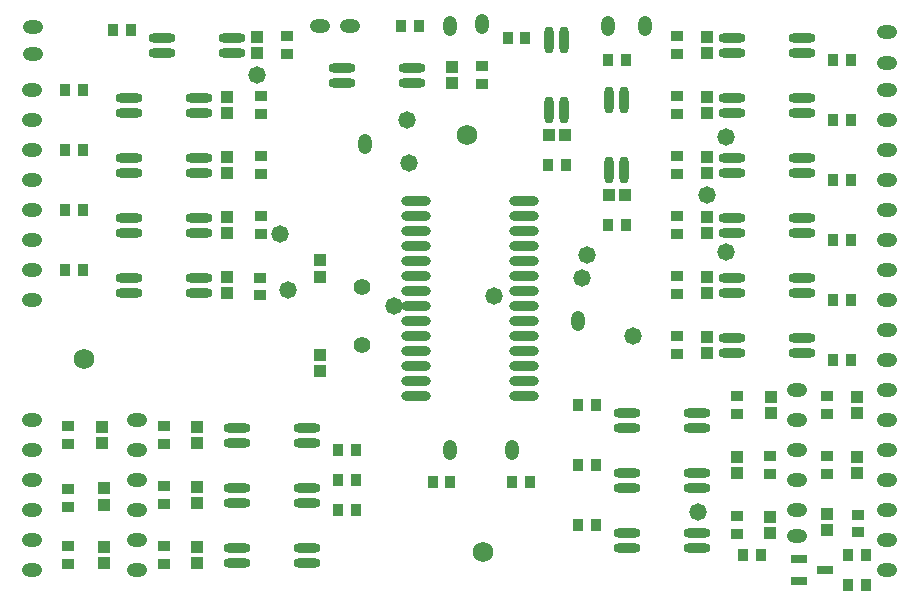
<source format=gts>
G04 Layer_Color=8388736*
%FSLAX25Y25*%
%MOIN*%
G70*
G01*
G75*
%ADD30R,0.04343X0.03950*%
%ADD31R,0.03556X0.04343*%
%ADD32O,0.03162X0.09068*%
%ADD33R,0.04343X0.03556*%
%ADD34R,0.03950X0.04343*%
%ADD35O,0.09068X0.03162*%
%ADD36R,0.05328X0.03162*%
%ADD37O,0.09855X0.03162*%
%ADD38O,0.04737X0.06706*%
%ADD39O,0.06706X0.04737*%
%ADD40C,0.06800*%
%ADD41C,0.05524*%
%ADD42C,0.05800*%
D30*
X147000Y177756D02*
D03*
Y172244D02*
D03*
X232000Y122244D02*
D03*
Y127756D02*
D03*
Y142244D02*
D03*
Y147756D02*
D03*
Y162244D02*
D03*
Y167756D02*
D03*
Y182244D02*
D03*
Y187756D02*
D03*
Y82244D02*
D03*
Y87756D02*
D03*
Y102244D02*
D03*
Y107756D02*
D03*
X282000Y62244D02*
D03*
Y67756D02*
D03*
X242000Y47756D02*
D03*
Y42244D02*
D03*
X72000Y127756D02*
D03*
Y122244D02*
D03*
Y147756D02*
D03*
Y142244D02*
D03*
Y167756D02*
D03*
Y162244D02*
D03*
X82000Y187756D02*
D03*
Y182244D02*
D03*
X103000Y113256D02*
D03*
Y107744D02*
D03*
Y81756D02*
D03*
Y76244D02*
D03*
X31000Y37256D02*
D03*
Y31744D02*
D03*
X30500Y57756D02*
D03*
Y52244D02*
D03*
X282000Y42244D02*
D03*
Y47756D02*
D03*
X272000Y23244D02*
D03*
Y28756D02*
D03*
X62000Y57756D02*
D03*
Y52244D02*
D03*
X253000Y27756D02*
D03*
Y22244D02*
D03*
X253500Y67756D02*
D03*
Y62244D02*
D03*
X62000Y17756D02*
D03*
Y12244D02*
D03*
X72000Y107756D02*
D03*
Y102244D02*
D03*
X31000Y17756D02*
D03*
Y12244D02*
D03*
X62000Y37756D02*
D03*
Y32244D02*
D03*
D31*
X165547Y187500D02*
D03*
X171453D02*
D03*
X34047Y190000D02*
D03*
X39953D02*
D03*
X130047Y191500D02*
D03*
X135953D02*
D03*
X199047Y180000D02*
D03*
X204953D02*
D03*
X184953Y145000D02*
D03*
X179047D02*
D03*
X279953Y80000D02*
D03*
X274047D02*
D03*
X279953Y180000D02*
D03*
X274047D02*
D03*
X279953Y160000D02*
D03*
X274047D02*
D03*
X279953Y140000D02*
D03*
X274047D02*
D03*
X279953Y120000D02*
D03*
X274047D02*
D03*
X279953Y100000D02*
D03*
X274047D02*
D03*
X204953Y125000D02*
D03*
X199047D02*
D03*
X279047Y5000D02*
D03*
X284953D02*
D03*
Y15000D02*
D03*
X279047D02*
D03*
X244047D02*
D03*
X249953D02*
D03*
X194953Y45000D02*
D03*
X189047D02*
D03*
X194953Y65000D02*
D03*
X189047D02*
D03*
X18142Y170000D02*
D03*
X24047D02*
D03*
X18142Y150000D02*
D03*
X24047D02*
D03*
X109047Y50000D02*
D03*
X114953D02*
D03*
X109047Y40000D02*
D03*
X114953D02*
D03*
X109047Y30000D02*
D03*
X114953D02*
D03*
X146453Y39500D02*
D03*
X140547D02*
D03*
X167047D02*
D03*
X172953D02*
D03*
X189047Y25000D02*
D03*
X194953D02*
D03*
X18142Y110000D02*
D03*
X24047D02*
D03*
X18142Y130000D02*
D03*
X24047D02*
D03*
D32*
X204500Y166614D02*
D03*
X199500D02*
D03*
X204500Y143386D02*
D03*
X199500D02*
D03*
X184500Y186614D02*
D03*
X179500D02*
D03*
X184500Y163386D02*
D03*
X179500D02*
D03*
D33*
X222000Y122047D02*
D03*
Y127953D02*
D03*
Y182047D02*
D03*
Y187953D02*
D03*
Y162047D02*
D03*
Y167953D02*
D03*
Y142047D02*
D03*
Y147953D02*
D03*
Y82047D02*
D03*
Y87953D02*
D03*
Y102047D02*
D03*
Y107953D02*
D03*
X272000Y67953D02*
D03*
Y62047D02*
D03*
X242000D02*
D03*
Y67953D02*
D03*
X253000Y42047D02*
D03*
Y47953D02*
D03*
X83500Y127953D02*
D03*
Y122047D02*
D03*
Y147953D02*
D03*
Y142047D02*
D03*
Y167953D02*
D03*
Y162047D02*
D03*
X92000Y187953D02*
D03*
Y182047D02*
D03*
X157000Y177953D02*
D03*
Y172047D02*
D03*
X19000Y31047D02*
D03*
Y36953D02*
D03*
Y52047D02*
D03*
Y57953D02*
D03*
X272000Y47953D02*
D03*
Y42047D02*
D03*
X282500Y28453D02*
D03*
Y22547D02*
D03*
X51000Y52047D02*
D03*
Y57953D02*
D03*
X242000Y22047D02*
D03*
Y27953D02*
D03*
X83000Y107453D02*
D03*
Y101547D02*
D03*
X19000Y12047D02*
D03*
Y17953D02*
D03*
X51000Y12047D02*
D03*
Y17953D02*
D03*
Y32047D02*
D03*
Y37953D02*
D03*
D34*
X184756Y155000D02*
D03*
X179244D02*
D03*
X204756Y135000D02*
D03*
X199244D02*
D03*
D35*
X263614Y82500D02*
D03*
Y87500D02*
D03*
X240386Y82500D02*
D03*
Y87500D02*
D03*
X263614Y102500D02*
D03*
Y107500D02*
D03*
X240386Y102500D02*
D03*
Y107500D02*
D03*
X263614Y122500D02*
D03*
Y127500D02*
D03*
X240386Y122500D02*
D03*
Y127500D02*
D03*
X263614Y142500D02*
D03*
Y147500D02*
D03*
X240386Y142500D02*
D03*
Y147500D02*
D03*
X263614Y162500D02*
D03*
Y167500D02*
D03*
X240386Y162500D02*
D03*
Y167500D02*
D03*
X263614Y182500D02*
D03*
Y187500D02*
D03*
X240386Y182500D02*
D03*
Y187500D02*
D03*
X205386Y22500D02*
D03*
Y17500D02*
D03*
X228614Y22500D02*
D03*
Y17500D02*
D03*
X205386Y42500D02*
D03*
Y37500D02*
D03*
X228614Y42500D02*
D03*
Y37500D02*
D03*
X205386Y62500D02*
D03*
Y57500D02*
D03*
X228614Y62500D02*
D03*
Y57500D02*
D03*
X39480Y167500D02*
D03*
Y162500D02*
D03*
X62709Y167500D02*
D03*
Y162500D02*
D03*
X39480Y147500D02*
D03*
Y142500D02*
D03*
X62709Y147500D02*
D03*
Y142500D02*
D03*
X39480Y127500D02*
D03*
Y122500D02*
D03*
X62709Y127500D02*
D03*
Y122500D02*
D03*
X110386Y177500D02*
D03*
Y172500D02*
D03*
X133614Y177500D02*
D03*
Y172500D02*
D03*
X50386Y187500D02*
D03*
Y182500D02*
D03*
X73614Y187500D02*
D03*
Y182500D02*
D03*
X98614Y12500D02*
D03*
Y17500D02*
D03*
X75386Y12500D02*
D03*
Y17500D02*
D03*
X39480Y107500D02*
D03*
Y102500D02*
D03*
X62709Y107500D02*
D03*
Y102500D02*
D03*
X98614Y52500D02*
D03*
Y57500D02*
D03*
X75386Y52500D02*
D03*
Y57500D02*
D03*
X98614Y32500D02*
D03*
Y37500D02*
D03*
X75386Y32500D02*
D03*
Y37500D02*
D03*
D36*
X262571Y13740D02*
D03*
Y6260D02*
D03*
X271429Y10000D02*
D03*
D37*
X135183Y133000D02*
D03*
Y128000D02*
D03*
Y123000D02*
D03*
Y118000D02*
D03*
Y113000D02*
D03*
Y108000D02*
D03*
Y103000D02*
D03*
Y98000D02*
D03*
Y93000D02*
D03*
Y88000D02*
D03*
Y83000D02*
D03*
Y78000D02*
D03*
Y73000D02*
D03*
Y68000D02*
D03*
X171010Y133000D02*
D03*
Y128000D02*
D03*
Y123000D02*
D03*
Y118000D02*
D03*
Y113000D02*
D03*
Y108000D02*
D03*
Y103000D02*
D03*
Y98000D02*
D03*
Y93000D02*
D03*
Y88000D02*
D03*
Y83000D02*
D03*
Y78000D02*
D03*
Y73000D02*
D03*
Y68000D02*
D03*
D38*
X146500Y50000D02*
D03*
X167000D02*
D03*
X189000Y93000D02*
D03*
X211500Y191500D02*
D03*
X199000D02*
D03*
X146500D02*
D03*
X157000Y192000D02*
D03*
X118000Y152000D02*
D03*
D39*
X292000Y10000D02*
D03*
X7000D02*
D03*
Y20000D02*
D03*
Y60000D02*
D03*
Y50000D02*
D03*
Y40000D02*
D03*
Y30000D02*
D03*
X292000Y50000D02*
D03*
Y40000D02*
D03*
Y70000D02*
D03*
Y60000D02*
D03*
Y20000D02*
D03*
X262000Y30000D02*
D03*
X292000D02*
D03*
X262000Y21500D02*
D03*
Y40000D02*
D03*
X7000Y100000D02*
D03*
Y110000D02*
D03*
Y130000D02*
D03*
Y140000D02*
D03*
Y120000D02*
D03*
Y150000D02*
D03*
Y160000D02*
D03*
Y170000D02*
D03*
X113000Y191500D02*
D03*
X103000D02*
D03*
X7500Y191000D02*
D03*
Y182000D02*
D03*
X262000Y60000D02*
D03*
X292000Y80000D02*
D03*
Y90000D02*
D03*
Y120000D02*
D03*
Y130000D02*
D03*
Y140000D02*
D03*
Y150000D02*
D03*
Y160000D02*
D03*
Y170000D02*
D03*
Y179000D02*
D03*
Y189500D02*
D03*
X262000Y70000D02*
D03*
X292000Y110000D02*
D03*
X42000Y20000D02*
D03*
Y10000D02*
D03*
Y30000D02*
D03*
X292000Y100000D02*
D03*
X42000Y60000D02*
D03*
Y40000D02*
D03*
Y50000D02*
D03*
X262000D02*
D03*
D40*
X152000Y155000D02*
D03*
X157500Y16000D02*
D03*
X24500Y80500D02*
D03*
D41*
X117000Y85000D02*
D03*
Y104213D02*
D03*
D42*
X238500Y154500D02*
D03*
X92500Y103500D02*
D03*
X238500Y116000D02*
D03*
X190200Y107500D02*
D03*
X89827Y122047D02*
D03*
X191900Y115100D02*
D03*
X229000Y29400D02*
D03*
X160900Y101500D02*
D03*
X207300Y87953D02*
D03*
X127800Y98000D02*
D03*
X132800Y145800D02*
D03*
X232000Y135000D02*
D03*
X82000Y175100D02*
D03*
X131900Y159900D02*
D03*
M02*

</source>
